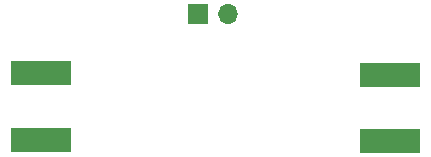
<source format=gbr>
%TF.GenerationSoftware,KiCad,Pcbnew,(5.99.0-7233-g6a28d6af27)*%
%TF.CreationDate,2021-08-16T18:37:05+02:00*%
%TF.ProjectId,lna,6c6e612e-6b69-4636-9164-5f7063625858,rev?*%
%TF.SameCoordinates,Original*%
%TF.FileFunction,Soldermask,Bot*%
%TF.FilePolarity,Negative*%
%FSLAX46Y46*%
G04 Gerber Fmt 4.6, Leading zero omitted, Abs format (unit mm)*
G04 Created by KiCad (PCBNEW (5.99.0-7233-g6a28d6af27)) date 2021-08-16 18:37:05*
%MOMM*%
%LPD*%
G01*
G04 APERTURE LIST*
%ADD10R,5.140000X2.000001*%
%ADD11R,5.140000X2.000000*%
%ADD12R,1.700000X1.700000*%
%ADD13O,1.700000X1.700000*%
G04 APERTURE END LIST*
D10*
%TO.C,J1*%
X130200000Y-97649999D03*
D11*
X130200000Y-92000000D03*
%TD*%
D10*
%TO.C,J3*%
X159800000Y-92150001D03*
D11*
X159800000Y-97800000D03*
%TD*%
D12*
%TO.C,J2*%
X143500000Y-87000000D03*
D13*
X146040000Y-87000000D03*
%TD*%
M02*

</source>
